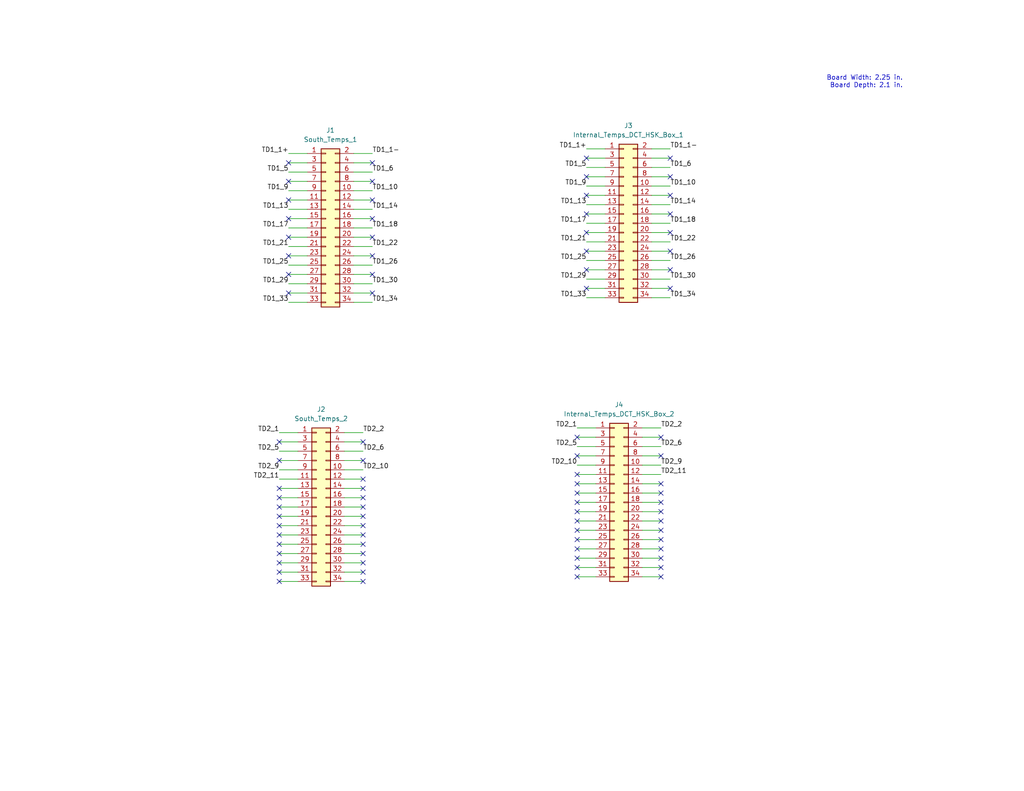
<source format=kicad_sch>
(kicad_sch (version 20230121) (generator eeschema)
  (paper "USLetter")
  (title_block (title "Temps Pass Through North") (date "2022-10-24") (rev "A") (company "The Ohio State University"))
  (lib_symbols
    (symbol "Connector_Generic:Conn_02x17_Odd_Even" (pin_names (offset 1.016) hide)
      (property "Reference" "J" (at 1.27 22.86 0))
      (property "Value" "Conn_02x17_Odd_Even" (at 1.27 -22.86 0))
      (symbol "Conn_02x17_Odd_Even_1_1"
        (rectangle (start -1.27 -20.193) (end 0 -20.447) (stroke (width 0.1524)))
        (rectangle (start -1.27 -17.653) (end 0 -17.907) (stroke (width 0.1524)))
        (rectangle (start -1.27 -15.113) (end 0 -15.367) (stroke (width 0.1524)))
        (rectangle (start -1.27 -12.573) (end 0 -12.827) (stroke (width 0.1524)))
        (rectangle (start -1.27 -10.033) (end 0 -10.287) (stroke (width 0.1524)))
        (rectangle (start -1.27 -7.493) (end 0 -7.747) (stroke (width 0.1524)))
        (rectangle (start -1.27 -4.953) (end 0 -5.207) (stroke (width 0.1524)))
        (rectangle (start -1.27 -2.413) (end 0 -2.667) (stroke (width 0.1524)))
        (rectangle (start -1.27 0.127) (end 0 -0.127) (stroke (width 0.1524)))
        (rectangle (start -1.27 2.667) (end 0 2.413) (stroke (width 0.1524)))
        (rectangle (start -1.27 5.207) (end 0 4.953) (stroke (width 0.1524)))
        (rectangle (start -1.27 7.747) (end 0 7.493) (stroke (width 0.1524)))
        (rectangle (start -1.27 10.287) (end 0 10.033) (stroke (width 0.1524)))
        (rectangle (start -1.27 12.827) (end 0 12.573) (stroke (width 0.1524)))
        (rectangle (start -1.27 15.367) (end 0 15.113) (stroke (width 0.1524)))
        (rectangle (start -1.27 17.907) (end 0 17.653) (stroke (width 0.1524)))
        (rectangle (start -1.27 20.447) (end 0 20.193) (stroke (width 0.1524)))
        (rectangle (start -1.27 21.59) (end 3.81 -21.59) (stroke (width 0.254)) (fill (type background)))
        (rectangle (start 3.81 -20.193) (end 2.54 -20.447) (stroke (width 0.1524)))
        (rectangle (start 3.81 -17.653) (end 2.54 -17.907) (stroke (width 0.1524)))
        (rectangle (start 3.81 -15.113) (end 2.54 -15.367) (stroke (width 0.1524)))
        (rectangle (start 3.81 -12.573) (end 2.54 -12.827) (stroke (width 0.1524)))
        (rectangle (start 3.81 -10.033) (end 2.54 -10.287) (stroke (width 0.1524)))
        (rectangle (start 3.81 -7.493) (end 2.54 -7.747) (stroke (width 0.1524)))
        (rectangle (start 3.81 -4.953) (end 2.54 -5.207) (stroke (width 0.1524)))
        (rectangle (start 3.81 -2.413) (end 2.54 -2.667) (stroke (width 0.1524)))
        (rectangle (start 3.81 0.127) (end 2.54 -0.127) (stroke (width 0.1524)))
        (rectangle (start 3.81 2.667) (end 2.54 2.413) (stroke (width 0.1524)))
        (rectangle (start 3.81 5.207) (end 2.54 4.953) (stroke (width 0.1524)))
        (rectangle (start 3.81 7.747) (end 2.54 7.493) (stroke (width 0.1524)))
        (rectangle (start 3.81 10.287) (end 2.54 10.033) (stroke (width 0.1524)))
        (rectangle (start 3.81 12.827) (end 2.54 12.573) (stroke (width 0.1524)))
        (rectangle (start 3.81 15.367) (end 2.54 15.113) (stroke (width 0.1524)))
        (rectangle (start 3.81 17.907) (end 2.54 17.653) (stroke (width 0.1524)))
        (rectangle (start 3.81 20.447) (end 2.54 20.193) (stroke (width 0.1524)))
        (pin passive line (at -5.08 20.32 0) (length 3.81) (name "Pin_1") (number "1"))
        (pin passive line (at 7.62 10.16 180) (length 3.81) (name "Pin_10") (number "10"))
        (pin passive line (at -5.08 7.62 0) (length 3.81) (name "Pin_11") (number "11"))
        (pin passive line (at 7.62 7.62 180) (length 3.81) (name "Pin_12") (number "12"))
        (pin passive line (at -5.08 5.08 0) (length 3.81) (name "Pin_13") (number "13"))
        (pin passive line (at 7.62 5.08 180) (length 3.81) (name "Pin_14") (number "14"))
        (pin passive line (at -5.08 2.54 0) (length 3.81) (name "Pin_15") (number "15"))
        (pin passive line (at 7.62 2.54 180) (length 3.81) (name "Pin_16") (number "16"))
        (pin passive line (at -5.08 0 0) (length 3.81) (name "Pin_17") (number "17"))
        (pin passive line (at 7.62 0 180) (length 3.81) (name "Pin_18") (number "18"))
        (pin passive line (at -5.08 -2.54 0) (length 3.81) (name "Pin_19") (number "19"))
        (pin passive line (at 7.62 20.32 180) (length 3.81) (name "Pin_2") (number "2"))
        (pin passive line (at 7.62 -2.54 180) (length 3.81) (name "Pin_20") (number "20"))
        (pin passive line (at -5.08 -5.08 0) (length 3.81) (name "Pin_21") (number "21"))
        (pin passive line (at 7.62 -5.08 180) (length 3.81) (name "Pin_22") (number "22"))
        (pin passive line (at -5.08 -7.62 0) (length 3.81) (name "Pin_23") (number "23"))
        (pin passive line (at 7.62 -7.62 180) (length 3.81) (name "Pin_24") (number "24"))
        (pin passive line (at -5.08 -10.16 0) (length 3.81) (name "Pin_25") (number "25"))
        (pin passive line (at 7.62 -10.16 180) (length 3.81) (name "Pin_26") (number "26"))
        (pin passive line (at -5.08 -12.7 0) (length 3.81) (name "Pin_27") (number "27"))
        (pin passive line (at 7.62 -12.7 180) (length 3.81) (name "Pin_28") (number "28"))
        (pin passive line (at -5.08 -15.24 0) (length 3.81) (name "Pin_29") (number "29"))
        (pin passive line (at -5.08 17.78 0) (length 3.81) (name "Pin_3") (number "3"))
        (pin passive line (at 7.62 -15.24 180) (length 3.81) (name "Pin_30") (number "30"))
        (pin passive line (at -5.08 -17.78 0) (length 3.81) (name "Pin_31") (number "31"))
        (pin passive line (at 7.62 -17.78 180) (length 3.81) (name "Pin_32") (number "32"))
        (pin passive line (at -5.08 -20.32 0) (length 3.81) (name "Pin_33") (number "33"))
        (pin passive line (at 7.62 -20.32 180) (length 3.81) (name "Pin_34") (number "34"))
        (pin passive line (at 7.62 17.78 180) (length 3.81) (name "Pin_4") (number "4"))
        (pin passive line (at -5.08 15.24 0) (length 3.81) (name "Pin_5") (number "5"))
        (pin passive line (at 7.62 15.24 180) (length 3.81) (name "Pin_6") (number "6"))
        (pin passive line (at -5.08 12.7 0) (length 3.81) (name "Pin_7") (number "7"))
        (pin passive line (at 7.62 12.7 180) (length 3.81) (name "Pin_8") (number "8"))
        (pin passive line (at -5.08 10.16 0) (length 3.81) (name "Pin_9") (number "9"))
      )
    )
  )
  (no_connect (at 180.34 152.4))
  (no_connect (at 76.2 140.97))
  (no_connect (at 157.48 132.08))
  (no_connect (at 157.48 137.16))
  (no_connect (at 78.74 69.85))
  (no_connect (at 160.02 68.58))
  (no_connect (at 180.34 157.48))
  (no_connect (at 182.88 58.42))
  (no_connect (at 99.06 146.05))
  (no_connect (at 182.88 43.18))
  (no_connect (at 76.2 151.13))
  (no_connect (at 160.02 63.5))
  (no_connect (at 78.74 80.01))
  (no_connect (at 99.06 151.13))
  (no_connect (at 101.6 44.45))
  (no_connect (at 78.74 59.69))
  (no_connect (at 180.34 139.7))
  (no_connect (at 99.06 153.67))
  (no_connect (at 99.06 125.73))
  (no_connect (at 76.2 143.51))
  (no_connect (at 76.2 135.89))
  (no_connect (at 180.34 137.16))
  (no_connect (at 157.48 124.46))
  (no_connect (at 99.06 133.35))
  (no_connect (at 101.6 80.01))
  (no_connect (at 78.74 44.45))
  (no_connect (at 180.34 142.24))
  (no_connect (at 99.06 135.89))
  (no_connect (at 78.74 64.77))
  (no_connect (at 76.2 153.67))
  (no_connect (at 157.48 157.48))
  (no_connect (at 157.48 147.32))
  (no_connect (at 180.34 154.94))
  (no_connect (at 180.34 119.38))
  (no_connect (at 182.88 78.74))
  (no_connect (at 101.6 54.61))
  (no_connect (at 76.2 125.73))
  (no_connect (at 180.34 147.32))
  (no_connect (at 76.2 148.59))
  (no_connect (at 182.88 53.34))
  (no_connect (at 99.06 130.81))
  (no_connect (at 182.88 63.5))
  (no_connect (at 99.06 138.43))
  (no_connect (at 101.6 59.69))
  (no_connect (at 182.88 73.66))
  (no_connect (at 99.06 158.75))
  (no_connect (at 160.02 78.74))
  (no_connect (at 157.48 152.4))
  (no_connect (at 180.34 132.08))
  (no_connect (at 180.34 124.46))
  (no_connect (at 76.2 158.75))
  (no_connect (at 160.02 43.18))
  (no_connect (at 157.48 134.62))
  (no_connect (at 76.2 120.65))
  (no_connect (at 78.74 74.93))
  (no_connect (at 157.48 119.38))
  (no_connect (at 160.02 48.26))
  (no_connect (at 99.06 120.65))
  (no_connect (at 76.2 138.43))
  (no_connect (at 76.2 156.21))
  (no_connect (at 157.48 139.7))
  (no_connect (at 78.74 54.61))
  (no_connect (at 182.88 48.26))
  (no_connect (at 101.6 64.77))
  (no_connect (at 101.6 74.93))
  (no_connect (at 101.6 69.85))
  (no_connect (at 76.2 146.05))
  (no_connect (at 99.06 148.59))
  (no_connect (at 78.74 49.53))
  (no_connect (at 180.34 144.78))
  (no_connect (at 180.34 134.62))
  (no_connect (at 99.06 143.51))
  (no_connect (at 76.2 133.35))
  (no_connect (at 180.34 149.86))
  (no_connect (at 160.02 73.66))
  (no_connect (at 157.48 144.78))
  (no_connect (at 157.48 154.94))
  (no_connect (at 99.06 156.21))
  (no_connect (at 160.02 53.34))
  (no_connect (at 182.88 68.58))
  (no_connect (at 157.48 142.24))
  (no_connect (at 157.48 149.86))
  (no_connect (at 160.02 58.42))
  (no_connect (at 101.6 49.53))
  (no_connect (at 157.48 129.54))
  (no_connect (at 99.06 140.97))
  (wire (pts (xy 160.02 78.74) (xy 165.1 78.74)))
  (wire (pts (xy 157.48 132.08) (xy 162.56 132.08)))
  (wire (pts (xy 175.26 142.24) (xy 180.34 142.24)))
  (wire (pts (xy 93.98 120.65) (xy 99.06 120.65)))
  (wire (pts (xy 93.98 156.21) (xy 99.06 156.21)))
  (wire (pts (xy 177.8 40.64) (xy 182.88 40.64)))
  (wire (pts (xy 175.26 154.94) (xy 180.34 154.94)))
  (wire (pts (xy 76.2 135.89) (xy 81.28 135.89)))
  (wire (pts (xy 76.2 123.19) (xy 81.28 123.19)))
  (wire (pts (xy 160.02 43.18) (xy 165.1 43.18)))
  (wire (pts (xy 93.98 128.27) (xy 99.06 128.27)))
  (wire (pts (xy 157.48 137.16) (xy 162.56 137.16)))
  (wire (pts (xy 96.52 69.85) (xy 101.6 69.85)))
  (wire (pts (xy 93.98 118.11) (xy 99.06 118.11)))
  (wire (pts (xy 157.48 147.32) (xy 162.56 147.32)))
  (wire (pts (xy 160.02 48.26) (xy 165.1 48.26)))
  (wire (pts (xy 175.26 132.08) (xy 180.34 132.08)))
  (wire (pts (xy 76.2 128.27) (xy 81.28 128.27)))
  (wire (pts (xy 78.74 46.99) (xy 83.82 46.99)))
  (wire (pts (xy 76.2 156.21) (xy 81.28 156.21)))
  (wire (pts (xy 93.98 140.97) (xy 99.06 140.97)))
  (wire (pts (xy 76.2 118.11) (xy 81.28 118.11)))
  (wire (pts (xy 78.74 74.93) (xy 83.82 74.93)))
  (wire (pts (xy 93.98 146.05) (xy 99.06 146.05)))
  (wire (pts (xy 175.26 157.48) (xy 180.34 157.48)))
  (wire (pts (xy 78.74 67.31) (xy 83.82 67.31)))
  (wire (pts (xy 160.02 71.12) (xy 165.1 71.12)))
  (wire (pts (xy 76.2 151.13) (xy 81.28 151.13)))
  (wire (pts (xy 157.48 144.78) (xy 162.56 144.78)))
  (wire (pts (xy 93.98 148.59) (xy 99.06 148.59)))
  (wire (pts (xy 78.74 59.69) (xy 83.82 59.69)))
  (wire (pts (xy 177.8 58.42) (xy 182.88 58.42)))
  (wire (pts (xy 160.02 60.96) (xy 165.1 60.96)))
  (wire (pts (xy 93.98 138.43) (xy 99.06 138.43)))
  (wire (pts (xy 160.02 58.42) (xy 165.1 58.42)))
  (wire (pts (xy 157.48 134.62) (xy 162.56 134.62)))
  (wire (pts (xy 177.8 76.2) (xy 182.88 76.2)))
  (wire (pts (xy 76.2 138.43) (xy 81.28 138.43)))
  (wire (pts (xy 96.52 54.61) (xy 101.6 54.61)))
  (wire (pts (xy 177.8 55.88) (xy 182.88 55.88)))
  (wire (pts (xy 157.48 142.24) (xy 162.56 142.24)))
  (wire (pts (xy 160.02 68.58) (xy 165.1 68.58)))
  (wire (pts (xy 177.8 68.58) (xy 182.88 68.58)))
  (wire (pts (xy 76.2 158.75) (xy 81.28 158.75)))
  (wire (pts (xy 96.52 72.39) (xy 101.6 72.39)))
  (wire (pts (xy 177.8 50.8) (xy 182.88 50.8)))
  (wire (pts (xy 175.26 119.38) (xy 180.34 119.38)))
  (wire (pts (xy 93.98 125.73) (xy 99.06 125.73)))
  (wire (pts (xy 177.8 66.04) (xy 182.88 66.04)))
  (wire (pts (xy 76.2 140.97) (xy 81.28 140.97)))
  (wire (pts (xy 78.74 82.55) (xy 83.82 82.55)))
  (wire (pts (xy 96.52 49.53) (xy 101.6 49.53)))
  (wire (pts (xy 175.26 149.86) (xy 180.34 149.86)))
  (wire (pts (xy 96.52 44.45) (xy 101.6 44.45)))
  (wire (pts (xy 175.26 147.32) (xy 180.34 147.32)))
  (wire (pts (xy 160.02 55.88) (xy 165.1 55.88)))
  (wire (pts (xy 78.74 77.47) (xy 83.82 77.47)))
  (wire (pts (xy 177.8 43.18) (xy 182.88 43.18)))
  (wire (pts (xy 78.74 62.23) (xy 83.82 62.23)))
  (wire (pts (xy 160.02 53.34) (xy 165.1 53.34)))
  (wire (pts (xy 96.52 62.23) (xy 101.6 62.23)))
  (wire (pts (xy 175.26 121.92) (xy 180.34 121.92)))
  (wire (pts (xy 157.48 127) (xy 162.56 127)))
  (wire (pts (xy 160.02 66.04) (xy 165.1 66.04)))
  (wire (pts (xy 157.48 119.38) (xy 162.56 119.38)))
  (wire (pts (xy 96.52 74.93) (xy 101.6 74.93)))
  (wire (pts (xy 96.52 77.47) (xy 101.6 77.47)))
  (wire (pts (xy 78.74 57.15) (xy 83.82 57.15)))
  (wire (pts (xy 78.74 49.53) (xy 83.82 49.53)))
  (wire (pts (xy 96.52 80.01) (xy 101.6 80.01)))
  (wire (pts (xy 78.74 52.07) (xy 83.82 52.07)))
  (wire (pts (xy 175.26 116.84) (xy 180.34 116.84)))
  (wire (pts (xy 76.2 125.73) (xy 81.28 125.73)))
  (wire (pts (xy 177.8 63.5) (xy 182.88 63.5)))
  (wire (pts (xy 78.74 54.61) (xy 83.82 54.61)))
  (wire (pts (xy 76.2 130.81) (xy 81.28 130.81)))
  (wire (pts (xy 157.48 139.7) (xy 162.56 139.7)))
  (wire (pts (xy 76.2 146.05) (xy 81.28 146.05)))
  (wire (pts (xy 93.98 151.13) (xy 99.06 151.13)))
  (wire (pts (xy 157.48 149.86) (xy 162.56 149.86)))
  (wire (pts (xy 76.2 148.59) (xy 81.28 148.59)))
  (wire (pts (xy 78.74 44.45) (xy 83.82 44.45)))
  (wire (pts (xy 175.26 137.16) (xy 180.34 137.16)))
  (wire (pts (xy 175.26 139.7) (xy 180.34 139.7)))
  (wire (pts (xy 78.74 72.39) (xy 83.82 72.39)))
  (wire (pts (xy 76.2 120.65) (xy 81.28 120.65)))
  (wire (pts (xy 177.8 45.72) (xy 182.88 45.72)))
  (wire (pts (xy 78.74 80.01) (xy 83.82 80.01)))
  (wire (pts (xy 96.52 41.91) (xy 101.6 41.91)))
  (wire (pts (xy 177.8 73.66) (xy 182.88 73.66)))
  (wire (pts (xy 177.8 48.26) (xy 182.88 48.26)))
  (wire (pts (xy 160.02 50.8) (xy 165.1 50.8)))
  (wire (pts (xy 78.74 64.77) (xy 83.82 64.77)))
  (wire (pts (xy 160.02 73.66) (xy 165.1 73.66)))
  (wire (pts (xy 160.02 76.2) (xy 165.1 76.2)))
  (wire (pts (xy 157.48 124.46) (xy 162.56 124.46)))
  (wire (pts (xy 96.52 46.99) (xy 101.6 46.99)))
  (wire (pts (xy 93.98 143.51) (xy 99.06 143.51)))
  (wire (pts (xy 93.98 130.81) (xy 99.06 130.81)))
  (wire (pts (xy 76.2 133.35) (xy 81.28 133.35)))
  (wire (pts (xy 157.48 154.94) (xy 162.56 154.94)))
  (wire (pts (xy 177.8 71.12) (xy 182.88 71.12)))
  (wire (pts (xy 93.98 135.89) (xy 99.06 135.89)))
  (wire (pts (xy 175.26 129.54) (xy 180.34 129.54)))
  (wire (pts (xy 157.48 157.48) (xy 162.56 157.48)))
  (wire (pts (xy 93.98 158.75) (xy 99.06 158.75)))
  (wire (pts (xy 76.2 143.51) (xy 81.28 143.51)))
  (wire (pts (xy 78.74 41.91) (xy 83.82 41.91)))
  (wire (pts (xy 93.98 133.35) (xy 99.06 133.35)))
  (wire (pts (xy 157.48 121.92) (xy 162.56 121.92)))
  (wire (pts (xy 177.8 60.96) (xy 182.88 60.96)))
  (wire (pts (xy 160.02 45.72) (xy 165.1 45.72)))
  (wire (pts (xy 96.52 82.55) (xy 101.6 82.55)))
  (wire (pts (xy 93.98 153.67) (xy 99.06 153.67)))
  (wire (pts (xy 160.02 63.5) (xy 165.1 63.5)))
  (wire (pts (xy 157.48 152.4) (xy 162.56 152.4)))
  (wire (pts (xy 177.8 81.28) (xy 182.88 81.28)))
  (wire (pts (xy 157.48 129.54) (xy 162.56 129.54)))
  (wire (pts (xy 93.98 123.19) (xy 99.06 123.19)))
  (wire (pts (xy 177.8 78.74) (xy 182.88 78.74)))
  (wire (pts (xy 175.26 152.4) (xy 180.34 152.4)))
  (wire (pts (xy 177.8 53.34) (xy 182.88 53.34)))
  (wire (pts (xy 96.52 67.31) (xy 101.6 67.31)))
  (wire (pts (xy 157.48 116.84) (xy 162.56 116.84)))
  (wire (pts (xy 175.26 127) (xy 180.34 127)))
  (wire (pts (xy 96.52 57.15) (xy 101.6 57.15)))
  (wire (pts (xy 96.52 64.77) (xy 101.6 64.77)))
  (wire (pts (xy 160.02 81.28) (xy 165.1 81.28)))
  (wire (pts (xy 175.26 124.46) (xy 180.34 124.46)))
  (wire (pts (xy 160.02 40.64) (xy 165.1 40.64)))
  (wire (pts (xy 175.26 144.78) (xy 180.34 144.78)))
  (wire (pts (xy 76.2 153.67) (xy 81.28 153.67)))
  (wire (pts (xy 175.26 134.62) (xy 180.34 134.62)))
  (wire (pts (xy 96.52 52.07) (xy 101.6 52.07)))
  (wire (pts (xy 78.74 69.85) (xy 83.82 69.85)))
  (wire (pts (xy 96.52 59.69) (xy 101.6 59.69)))
  (text "Board Width: 2.25 in.\nBoard Depth: 2.1 in." (at 246.38 24.13 0) (effects (font (size 1.27 1.27)) (justify right bottom)))
  (label "TD2_11" (at 180.34 129.54 0))
  (label "TD2_5" (at 157.48 121.92 180))
  (label "TD1_33" (at 160.02 81.28 180))
  (label "TD1_14" (at 101.6 57.15 0))
  (label "TD1_13" (at 160.02 55.88 180))
  (label "TD1_1+" (at 78.74 41.91 180))
  (label "TD1_1-" (at 182.88 40.64 0))
  (label "TD1_26" (at 101.6 72.39 0))
  (label "TD1_18" (at 182.88 60.96 0))
  (label "TD2_10" (at 157.48 127 180))
  (label "TD1_10" (at 182.88 50.8 0))
  (label "TD2_1" (at 157.48 116.84 180))
  (label "TD1_14" (at 182.88 55.88 0))
  (label "TD2_2" (at 180.34 116.84 0))
  (label "TD2_9" (at 76.2 128.27 180))
  (label "TD2_6" (at 180.34 121.92 0))
  (label "TD1_17" (at 160.02 60.96 180))
  (label "TD1_34" (at 101.6 82.55 0))
  (label "TD1_13" (at 78.74 57.15 180))
  (label "TD1_18" (at 101.6 62.23 0))
  (label "TD1_6" (at 101.6 46.99 0))
  (label "TD1_22" (at 101.6 67.31 0))
  (label "TD1_29" (at 160.02 76.2 180))
  (label "TD1_5" (at 78.74 46.99 180))
  (label "TD1_9" (at 78.74 52.07 180))
  (label "TD1_10" (at 101.6 52.07 0))
  (label "TD1_34" (at 182.88 81.28 0))
  (label "TD2_10" (at 99.06 128.27 0))
  (label "TD1_33" (at 78.74 82.55 180))
  (label "TD1_25" (at 78.74 72.39 180))
  (label "TD1_21" (at 78.74 67.31 180))
  (label "TD1_6" (at 182.88 45.72 0))
  (label "TD1_26" (at 182.88 71.12 0))
  (label "TD1_1-" (at 101.6 41.91 0))
  (label "TD2_2" (at 99.06 118.11 0))
  (label "TD1_29" (at 78.74 77.47 180))
  (label "TD1_1+" (at 160.02 40.64 180))
  (label "TD1_30" (at 101.6 77.47 0))
  (label "TD2_6" (at 99.06 123.19 0))
  (label "TD1_17" (at 78.74 62.23 180))
  (label "TD2_1" (at 76.2 118.11 180))
  (label "TD1_30" (at 182.88 76.2 0))
  (label "TD1_21" (at 160.02 66.04 180))
  (label "TD1_5" (at 160.02 45.72 180))
  (label "TD2_9" (at 180.34 127 0))
  (label "TD1_22" (at 182.88 66.04 0))
  (label "TD2_11" (at 76.2 130.81 180))
  (label "TD1_25" (at 160.02 71.12 180))
  (label "TD1_9" (at 160.02 50.8 180))
  (label "TD2_5" (at 76.2 123.19 180))
  (symbol (lib_id "Connector_Generic:Conn_02x17_Odd_Even") (at 170.18 60.96 0) (unit 1)
    (property "Reference" "J3" (at 171.45 34.29 0))
    (property "Value" "Internal_Temps_DCT_HSK_Box_1" (at 171.45 36.83 0))
    (property "Footprint" "HELIX:HELIX_DCT_ICDconnector34pin_corrected" (effects hide))
  )
  (symbol (lib_id "Connector_Generic:Conn_02x17_Odd_Even") (at 86.36 138.43 0) (unit 1)
    (property "Reference" "J2" (at 87.63 111.76 0))
    (property "Value" "South_Temps_2" (at 87.63 114.3 0))
    (property "Footprint" "HELIX:HELIX_DCT_ICDconnector34pin_corrected" (effects hide))
  )
  (symbol (lib_id "Connector_Generic:Conn_02x17_Odd_Even") (at 88.9 62.23 0) (unit 1)
    (property "Reference" "J1" (at 90.17 35.56 0))
    (property "Value" "South_Temps_1" (at 90.17 38.1 0))
    (property "Footprint" "HELIX:HELIX_DCT_ICDconnector34pin_corrected" (effects hide))
  )
  (symbol (lib_id "Connector_Generic:Conn_02x17_Odd_Even") (at 167.64 137.16 0) (unit 1)
    (property "Reference" "J4" (at 168.91 110.49 0))
    (property "Value" "Internal_Temps_DCT_HSK_Box_2" (at 168.91 113.03 0))
    (property "Footprint" "HELIX:HELIX_DCT_ICDconnector34pin_corrected" (effects hide))
  )
)
</source>
